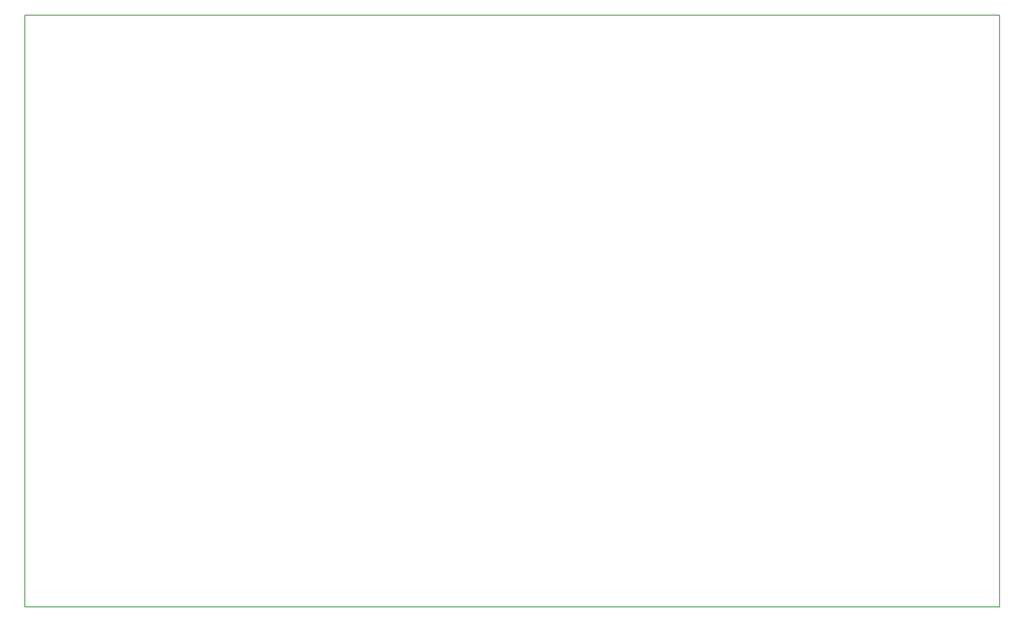
<source format=gbr>
%TF.GenerationSoftware,KiCad,Pcbnew,(5.99.0-10177-gd878cbddbc)*%
%TF.CreationDate,2021-05-16T23:38:29+02:00*%
%TF.ProjectId,PowerMeterDeng,506f7765-724d-4657-9465-7244656e672e,rev?*%
%TF.SameCoordinates,Original*%
%TF.FileFunction,Profile,NP*%
%FSLAX46Y46*%
G04 Gerber Fmt 4.6, Leading zero omitted, Abs format (unit mm)*
G04 Created by KiCad (PCBNEW (5.99.0-10177-gd878cbddbc)) date 2021-05-16 23:38:29*
%MOMM*%
%LPD*%
G01*
G04 APERTURE LIST*
%TA.AperFunction,Profile*%
%ADD10C,0.152400*%
%TD*%
G04 APERTURE END LIST*
D10*
X76000000Y-17000000D02*
X272000000Y-17000000D01*
X272000000Y-136110000D02*
X272000000Y-17000000D01*
X76000000Y-136110000D02*
X272000000Y-136110000D01*
X76000000Y-136110000D02*
X76000000Y-17000000D01*
M02*

</source>
